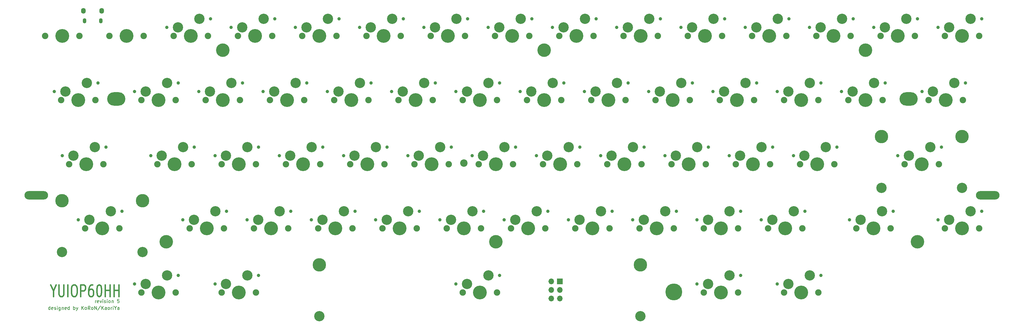
<source format=gbr>
%TF.GenerationSoftware,KiCad,Pcbnew,(6.0.1)*%
%TF.CreationDate,2022-02-05T13:44:02+09:00*%
%TF.ProjectId,yuiop60hh5,7975696f-7036-4306-9868-352e6b696361,5*%
%TF.SameCoordinates,Original*%
%TF.FileFunction,Soldermask,Top*%
%TF.FilePolarity,Negative*%
%FSLAX46Y46*%
G04 Gerber Fmt 4.6, Leading zero omitted, Abs format (unit mm)*
G04 Created by KiCad (PCBNEW (6.0.1)) date 2022-02-05 13:44:02*
%MOMM*%
%LPD*%
G01*
G04 APERTURE LIST*
%ADD10C,0.150000*%
%ADD11C,0.400000*%
%ADD12C,4.100000*%
%ADD13C,1.900000*%
%ADD14C,3.050000*%
%ADD15C,1.000000*%
%ADD16O,5.400000X4.000000*%
%ADD17C,5.000000*%
%ADD18C,2.200000*%
%ADD19O,7.000000X2.500000*%
%ADD20C,4.000000*%
%ADD21C,3.048000*%
%ADD22C,3.987800*%
%ADD23R,1.700000X1.700000*%
%ADD24O,1.700000X1.700000*%
%ADD25O,1.350000X1.700000*%
%ADD26O,1.100000X1.500000*%
G04 APERTURE END LIST*
D10*
X75576190Y-190452380D02*
X75576190Y-189452380D01*
X75576190Y-190404761D02*
X75480952Y-190452380D01*
X75290476Y-190452380D01*
X75195238Y-190404761D01*
X75147619Y-190357142D01*
X75100000Y-190261904D01*
X75100000Y-189976190D01*
X75147619Y-189880952D01*
X75195238Y-189833333D01*
X75290476Y-189785714D01*
X75480952Y-189785714D01*
X75576190Y-189833333D01*
X76433333Y-190404761D02*
X76338095Y-190452380D01*
X76147619Y-190452380D01*
X76052380Y-190404761D01*
X76004761Y-190309523D01*
X76004761Y-189928571D01*
X76052380Y-189833333D01*
X76147619Y-189785714D01*
X76338095Y-189785714D01*
X76433333Y-189833333D01*
X76480952Y-189928571D01*
X76480952Y-190023809D01*
X76004761Y-190119047D01*
X76861904Y-190404761D02*
X76957142Y-190452380D01*
X77147619Y-190452380D01*
X77242857Y-190404761D01*
X77290476Y-190309523D01*
X77290476Y-190261904D01*
X77242857Y-190166666D01*
X77147619Y-190119047D01*
X77004761Y-190119047D01*
X76909523Y-190071428D01*
X76861904Y-189976190D01*
X76861904Y-189928571D01*
X76909523Y-189833333D01*
X77004761Y-189785714D01*
X77147619Y-189785714D01*
X77242857Y-189833333D01*
X77719047Y-190452380D02*
X77719047Y-189785714D01*
X77719047Y-189452380D02*
X77671428Y-189500000D01*
X77719047Y-189547619D01*
X77766666Y-189500000D01*
X77719047Y-189452380D01*
X77719047Y-189547619D01*
X78623809Y-189785714D02*
X78623809Y-190595238D01*
X78576190Y-190690476D01*
X78528571Y-190738095D01*
X78433333Y-190785714D01*
X78290476Y-190785714D01*
X78195238Y-190738095D01*
X78623809Y-190404761D02*
X78528571Y-190452380D01*
X78338095Y-190452380D01*
X78242857Y-190404761D01*
X78195238Y-190357142D01*
X78147619Y-190261904D01*
X78147619Y-189976190D01*
X78195238Y-189880952D01*
X78242857Y-189833333D01*
X78338095Y-189785714D01*
X78528571Y-189785714D01*
X78623809Y-189833333D01*
X79100000Y-189785714D02*
X79100000Y-190452380D01*
X79100000Y-189880952D02*
X79147619Y-189833333D01*
X79242857Y-189785714D01*
X79385714Y-189785714D01*
X79480952Y-189833333D01*
X79528571Y-189928571D01*
X79528571Y-190452380D01*
X80385714Y-190404761D02*
X80290476Y-190452380D01*
X80100000Y-190452380D01*
X80004761Y-190404761D01*
X79957142Y-190309523D01*
X79957142Y-189928571D01*
X80004761Y-189833333D01*
X80100000Y-189785714D01*
X80290476Y-189785714D01*
X80385714Y-189833333D01*
X80433333Y-189928571D01*
X80433333Y-190023809D01*
X79957142Y-190119047D01*
X81290476Y-190452380D02*
X81290476Y-189452380D01*
X81290476Y-190404761D02*
X81195238Y-190452380D01*
X81004761Y-190452380D01*
X80909523Y-190404761D01*
X80861904Y-190357142D01*
X80814285Y-190261904D01*
X80814285Y-189976190D01*
X80861904Y-189880952D01*
X80909523Y-189833333D01*
X81004761Y-189785714D01*
X81195238Y-189785714D01*
X81290476Y-189833333D01*
X82528571Y-190452380D02*
X82528571Y-189452380D01*
X82528571Y-189833333D02*
X82623809Y-189785714D01*
X82814285Y-189785714D01*
X82909523Y-189833333D01*
X82957142Y-189880952D01*
X83004761Y-189976190D01*
X83004761Y-190261904D01*
X82957142Y-190357142D01*
X82909523Y-190404761D01*
X82814285Y-190452380D01*
X82623809Y-190452380D01*
X82528571Y-190404761D01*
X83338095Y-189785714D02*
X83576190Y-190452380D01*
X83814285Y-189785714D02*
X83576190Y-190452380D01*
X83480952Y-190690476D01*
X83433333Y-190738095D01*
X83338095Y-190785714D01*
X84957142Y-190452380D02*
X84957142Y-189452380D01*
X85528571Y-190452380D02*
X85100000Y-189880952D01*
X85528571Y-189452380D02*
X84957142Y-190023809D01*
X86100000Y-190452380D02*
X86004761Y-190404761D01*
X85957142Y-190357142D01*
X85909523Y-190261904D01*
X85909523Y-189976190D01*
X85957142Y-189880952D01*
X86004761Y-189833333D01*
X86100000Y-189785714D01*
X86242857Y-189785714D01*
X86338095Y-189833333D01*
X86385714Y-189880952D01*
X86433333Y-189976190D01*
X86433333Y-190261904D01*
X86385714Y-190357142D01*
X86338095Y-190404761D01*
X86242857Y-190452380D01*
X86100000Y-190452380D01*
X87433333Y-190452380D02*
X87100000Y-189976190D01*
X86861904Y-190452380D02*
X86861904Y-189452380D01*
X87242857Y-189452380D01*
X87338095Y-189500000D01*
X87385714Y-189547619D01*
X87433333Y-189642857D01*
X87433333Y-189785714D01*
X87385714Y-189880952D01*
X87338095Y-189928571D01*
X87242857Y-189976190D01*
X86861904Y-189976190D01*
X88004761Y-190452380D02*
X87909523Y-190404761D01*
X87861904Y-190357142D01*
X87814285Y-190261904D01*
X87814285Y-189976190D01*
X87861904Y-189880952D01*
X87909523Y-189833333D01*
X88004761Y-189785714D01*
X88147619Y-189785714D01*
X88242857Y-189833333D01*
X88290476Y-189880952D01*
X88338095Y-189976190D01*
X88338095Y-190261904D01*
X88290476Y-190357142D01*
X88242857Y-190404761D01*
X88147619Y-190452380D01*
X88004761Y-190452380D01*
X88766666Y-190452380D02*
X88766666Y-189452380D01*
X89338095Y-190452380D01*
X89338095Y-189452380D01*
X90528571Y-189404761D02*
X89671428Y-190690476D01*
X90861904Y-190452380D02*
X90861904Y-189452380D01*
X91433333Y-190452380D02*
X91004761Y-189880952D01*
X91433333Y-189452380D02*
X90861904Y-190023809D01*
X92290476Y-190452380D02*
X92290476Y-189928571D01*
X92242857Y-189833333D01*
X92147619Y-189785714D01*
X91957142Y-189785714D01*
X91861904Y-189833333D01*
X92290476Y-190404761D02*
X92195238Y-190452380D01*
X91957142Y-190452380D01*
X91861904Y-190404761D01*
X91814285Y-190309523D01*
X91814285Y-190214285D01*
X91861904Y-190119047D01*
X91957142Y-190071428D01*
X92195238Y-190071428D01*
X92290476Y-190023809D01*
X92909523Y-190452380D02*
X92814285Y-190404761D01*
X92766666Y-190357142D01*
X92719047Y-190261904D01*
X92719047Y-189976190D01*
X92766666Y-189880952D01*
X92814285Y-189833333D01*
X92909523Y-189785714D01*
X93052380Y-189785714D01*
X93147619Y-189833333D01*
X93195238Y-189880952D01*
X93242857Y-189976190D01*
X93242857Y-190261904D01*
X93195238Y-190357142D01*
X93147619Y-190404761D01*
X93052380Y-190452380D01*
X92909523Y-190452380D01*
X93671428Y-190452380D02*
X93671428Y-189785714D01*
X93671428Y-189976190D02*
X93719047Y-189880952D01*
X93766666Y-189833333D01*
X93861904Y-189785714D01*
X93957142Y-189785714D01*
X94290476Y-190452380D02*
X94290476Y-189785714D01*
X94290476Y-189452380D02*
X94242857Y-189500000D01*
X94290476Y-189547619D01*
X94338095Y-189500000D01*
X94290476Y-189452380D01*
X94290476Y-189547619D01*
X94957142Y-189976190D02*
X94957142Y-190452380D01*
X94623809Y-189452380D02*
X94957142Y-189976190D01*
X95290476Y-189452380D01*
X96052380Y-190452380D02*
X96052380Y-189928571D01*
X96004761Y-189833333D01*
X95909523Y-189785714D01*
X95719047Y-189785714D01*
X95623809Y-189833333D01*
X96052380Y-190404761D02*
X95957142Y-190452380D01*
X95719047Y-190452380D01*
X95623809Y-190404761D01*
X95576190Y-190309523D01*
X95576190Y-190214285D01*
X95623809Y-190119047D01*
X95719047Y-190071428D01*
X95957142Y-190071428D01*
X96052380Y-190023809D01*
X88976190Y-188452380D02*
X88976190Y-187785714D01*
X88976190Y-187976190D02*
X89023809Y-187880952D01*
X89071428Y-187833333D01*
X89166666Y-187785714D01*
X89261904Y-187785714D01*
X89976190Y-188404761D02*
X89880952Y-188452380D01*
X89690476Y-188452380D01*
X89595238Y-188404761D01*
X89547619Y-188309523D01*
X89547619Y-187928571D01*
X89595238Y-187833333D01*
X89690476Y-187785714D01*
X89880952Y-187785714D01*
X89976190Y-187833333D01*
X90023809Y-187928571D01*
X90023809Y-188023809D01*
X89547619Y-188119047D01*
X90357142Y-187785714D02*
X90595238Y-188452380D01*
X90833333Y-187785714D01*
X91214285Y-188452380D02*
X91214285Y-187785714D01*
X91214285Y-187452380D02*
X91166666Y-187500000D01*
X91214285Y-187547619D01*
X91261904Y-187500000D01*
X91214285Y-187452380D01*
X91214285Y-187547619D01*
X91642857Y-188404761D02*
X91738095Y-188452380D01*
X91928571Y-188452380D01*
X92023809Y-188404761D01*
X92071428Y-188309523D01*
X92071428Y-188261904D01*
X92023809Y-188166666D01*
X91928571Y-188119047D01*
X91785714Y-188119047D01*
X91690476Y-188071428D01*
X91642857Y-187976190D01*
X91642857Y-187928571D01*
X91690476Y-187833333D01*
X91785714Y-187785714D01*
X91928571Y-187785714D01*
X92023809Y-187833333D01*
X92500000Y-188452380D02*
X92500000Y-187785714D01*
X92500000Y-187452380D02*
X92452380Y-187500000D01*
X92500000Y-187547619D01*
X92547619Y-187500000D01*
X92500000Y-187452380D01*
X92500000Y-187547619D01*
X93119047Y-188452380D02*
X93023809Y-188404761D01*
X92976190Y-188357142D01*
X92928571Y-188261904D01*
X92928571Y-187976190D01*
X92976190Y-187880952D01*
X93023809Y-187833333D01*
X93119047Y-187785714D01*
X93261904Y-187785714D01*
X93357142Y-187833333D01*
X93404761Y-187880952D01*
X93452380Y-187976190D01*
X93452380Y-188261904D01*
X93404761Y-188357142D01*
X93357142Y-188404761D01*
X93261904Y-188452380D01*
X93119047Y-188452380D01*
X93880952Y-187785714D02*
X93880952Y-188452380D01*
X93880952Y-187880952D02*
X93928571Y-187833333D01*
X94023809Y-187785714D01*
X94166666Y-187785714D01*
X94261904Y-187833333D01*
X94309523Y-187928571D01*
X94309523Y-188452380D01*
X96023809Y-187452380D02*
X95547619Y-187452380D01*
X95500000Y-187928571D01*
X95547619Y-187880952D01*
X95642857Y-187833333D01*
X95880952Y-187833333D01*
X95976190Y-187880952D01*
X96023809Y-187928571D01*
X96071428Y-188023809D01*
X96071428Y-188261904D01*
X96023809Y-188357142D01*
X95976190Y-188404761D01*
X95880952Y-188452380D01*
X95642857Y-188452380D01*
X95547619Y-188404761D01*
X95500000Y-188357142D01*
D11*
X76535714Y-184916666D02*
X76535714Y-186583333D01*
X75702380Y-183083333D02*
X76535714Y-184916666D01*
X77369047Y-183083333D01*
X78202380Y-183083333D02*
X78202380Y-185916666D01*
X78321428Y-186250000D01*
X78440476Y-186416666D01*
X78678571Y-186583333D01*
X79154761Y-186583333D01*
X79392857Y-186416666D01*
X79511904Y-186250000D01*
X79630952Y-185916666D01*
X79630952Y-183083333D01*
X80821428Y-186583333D02*
X80821428Y-183083333D01*
X82488095Y-183083333D02*
X82964285Y-183083333D01*
X83202380Y-183250000D01*
X83440476Y-183583333D01*
X83559523Y-184250000D01*
X83559523Y-185416666D01*
X83440476Y-186083333D01*
X83202380Y-186416666D01*
X82964285Y-186583333D01*
X82488095Y-186583333D01*
X82250000Y-186416666D01*
X82011904Y-186083333D01*
X81892857Y-185416666D01*
X81892857Y-184250000D01*
X82011904Y-183583333D01*
X82250000Y-183250000D01*
X82488095Y-183083333D01*
X84630952Y-186583333D02*
X84630952Y-183083333D01*
X85583333Y-183083333D01*
X85821428Y-183250000D01*
X85940476Y-183416666D01*
X86059523Y-183750000D01*
X86059523Y-184250000D01*
X85940476Y-184583333D01*
X85821428Y-184750000D01*
X85583333Y-184916666D01*
X84630952Y-184916666D01*
X88202380Y-183083333D02*
X87726190Y-183083333D01*
X87488095Y-183250000D01*
X87369047Y-183416666D01*
X87130952Y-183916666D01*
X87011904Y-184583333D01*
X87011904Y-185916666D01*
X87130952Y-186250000D01*
X87250000Y-186416666D01*
X87488095Y-186583333D01*
X87964285Y-186583333D01*
X88202380Y-186416666D01*
X88321428Y-186250000D01*
X88440476Y-185916666D01*
X88440476Y-185083333D01*
X88321428Y-184750000D01*
X88202380Y-184583333D01*
X87964285Y-184416666D01*
X87488095Y-184416666D01*
X87250000Y-184583333D01*
X87130952Y-184750000D01*
X87011904Y-185083333D01*
X89988095Y-183083333D02*
X90226190Y-183083333D01*
X90464285Y-183250000D01*
X90583333Y-183416666D01*
X90702380Y-183750000D01*
X90821428Y-184416666D01*
X90821428Y-185250000D01*
X90702380Y-185916666D01*
X90583333Y-186250000D01*
X90464285Y-186416666D01*
X90226190Y-186583333D01*
X89988095Y-186583333D01*
X89750000Y-186416666D01*
X89630952Y-186250000D01*
X89511904Y-185916666D01*
X89392857Y-185250000D01*
X89392857Y-184416666D01*
X89511904Y-183750000D01*
X89630952Y-183416666D01*
X89750000Y-183250000D01*
X89988095Y-183083333D01*
X91892857Y-186583333D02*
X91892857Y-183083333D01*
X91892857Y-184750000D02*
X93321428Y-184750000D01*
X93321428Y-186583333D02*
X93321428Y-183083333D01*
X94511904Y-186583333D02*
X94511904Y-183083333D01*
X94511904Y-184750000D02*
X95940476Y-184750000D01*
X95940476Y-186583333D02*
X95940476Y-183083333D01*
D12*
%TO.C,KSW1*%
X79150000Y-109210000D03*
D13*
X74070000Y-109210000D03*
X84230000Y-109210000D03*
%TD*%
D12*
%TO.C,KSW2*%
X98200000Y-109210000D03*
D13*
X103280000Y-109210000D03*
X93120000Y-109210000D03*
%TD*%
D14*
%TO.C,KSW3*%
X119790000Y-104130000D03*
D13*
X122330000Y-109210000D03*
D12*
X117250000Y-109210000D03*
D14*
X113440000Y-106670000D03*
D13*
X112170000Y-109210000D03*
D15*
X110165000Y-106670000D03*
X123092000Y-104130000D03*
%TD*%
D13*
%TO.C,KSW4*%
X141380000Y-109210000D03*
D14*
X138840000Y-104130000D03*
D13*
X131220000Y-109210000D03*
D14*
X132490000Y-106670000D03*
D12*
X136300000Y-109210000D03*
D15*
X129215000Y-106670000D03*
X142142000Y-104130000D03*
%TD*%
D14*
%TO.C,KSW5*%
X157890000Y-104130000D03*
D12*
X155350000Y-109210000D03*
D13*
X150270000Y-109210000D03*
D14*
X151540000Y-106670000D03*
D13*
X160430000Y-109210000D03*
D15*
X148265000Y-106670000D03*
X161192000Y-104130000D03*
%TD*%
D13*
%TO.C,KSW6*%
X179480000Y-109210000D03*
D14*
X170590000Y-106670000D03*
X176940000Y-104130000D03*
D13*
X169320000Y-109210000D03*
D12*
X174400000Y-109210000D03*
D15*
X167315000Y-106670000D03*
X180242000Y-104130000D03*
%TD*%
D12*
%TO.C,KSW7*%
X193450000Y-109210000D03*
D13*
X198530000Y-109210000D03*
X188370000Y-109210000D03*
D14*
X195990000Y-104130000D03*
X189640000Y-106670000D03*
D15*
X186365000Y-106670000D03*
X199292000Y-104130000D03*
%TD*%
D13*
%TO.C,KSW8*%
X207420000Y-109210000D03*
D14*
X208690000Y-106670000D03*
D13*
X217580000Y-109210000D03*
D14*
X215040000Y-104130000D03*
D12*
X212500000Y-109210000D03*
D15*
X205415000Y-106670000D03*
X218342000Y-104130000D03*
%TD*%
D13*
%TO.C,KSW9*%
X226470000Y-109210000D03*
D12*
X231550000Y-109210000D03*
D14*
X234090000Y-104130000D03*
D13*
X236630000Y-109210000D03*
D14*
X227740000Y-106670000D03*
D15*
X224465000Y-106670000D03*
X237392000Y-104130000D03*
%TD*%
D14*
%TO.C,KSW10*%
X246790000Y-106670000D03*
D13*
X245520000Y-109210000D03*
D14*
X253140000Y-104130000D03*
D13*
X255680000Y-109210000D03*
D12*
X250600000Y-109210000D03*
D15*
X243515000Y-106670000D03*
X256442000Y-104130000D03*
%TD*%
D14*
%TO.C,KSW11*%
X272190000Y-104130000D03*
D13*
X274730000Y-109210000D03*
D12*
X269650000Y-109210000D03*
D14*
X265840000Y-106670000D03*
D13*
X264570000Y-109210000D03*
D15*
X262565000Y-106670000D03*
X275492000Y-104130000D03*
%TD*%
D13*
%TO.C,KSW12*%
X293780000Y-109210000D03*
D14*
X284890000Y-106670000D03*
X291240000Y-104130000D03*
D13*
X283620000Y-109210000D03*
D12*
X288700000Y-109210000D03*
D15*
X281615000Y-106670000D03*
X294542000Y-104130000D03*
%TD*%
D12*
%TO.C,KSW14*%
X326800000Y-109210000D03*
D14*
X322990000Y-106670000D03*
D13*
X321720000Y-109210000D03*
X331880000Y-109210000D03*
D14*
X329340000Y-104130000D03*
D15*
X319715000Y-106670000D03*
X332642000Y-104130000D03*
%TD*%
D14*
%TO.C,KSW15*%
X348390000Y-104130000D03*
X342040000Y-106670000D03*
D13*
X350930000Y-109210000D03*
X340770000Y-109210000D03*
D12*
X345850000Y-109210000D03*
D15*
X338765000Y-106670000D03*
X351692000Y-104130000D03*
%TD*%
D12*
%TO.C,KSW16*%
X83912500Y-128260000D03*
D13*
X88992500Y-128260000D03*
D14*
X86452500Y-123180000D03*
D13*
X78832500Y-128260000D03*
D14*
X80102500Y-125720000D03*
D15*
X76827500Y-125720000D03*
X89754500Y-123180000D03*
%TD*%
D12*
%TO.C,KSW17*%
X107725000Y-128260000D03*
D14*
X110265000Y-123180000D03*
D13*
X112805000Y-128260000D03*
D14*
X103915000Y-125720000D03*
D13*
X102645000Y-128260000D03*
D15*
X100640000Y-125720000D03*
X113567000Y-123180000D03*
%TD*%
D12*
%TO.C,KSW18*%
X126775000Y-128260000D03*
D13*
X131855000Y-128260000D03*
D14*
X122965000Y-125720000D03*
X129315000Y-123180000D03*
D13*
X121695000Y-128260000D03*
D15*
X119690000Y-125720000D03*
X132617000Y-123180000D03*
%TD*%
D14*
%TO.C,KSW19*%
X142015000Y-125720000D03*
X148365000Y-123180000D03*
D13*
X150905000Y-128260000D03*
X140745000Y-128260000D03*
D12*
X145825000Y-128260000D03*
D15*
X138740000Y-125720000D03*
X151667000Y-123180000D03*
%TD*%
D12*
%TO.C,KSW20*%
X164875000Y-128260000D03*
D14*
X161065000Y-125720000D03*
D13*
X159795000Y-128260000D03*
D14*
X167415000Y-123180000D03*
D13*
X169955000Y-128260000D03*
D15*
X157790000Y-125720000D03*
X170717000Y-123180000D03*
%TD*%
D14*
%TO.C,KSW21*%
X186465000Y-123180000D03*
D13*
X189005000Y-128260000D03*
X178845000Y-128260000D03*
D12*
X183925000Y-128260000D03*
D14*
X180115000Y-125720000D03*
D15*
X176840000Y-125720000D03*
X189767000Y-123180000D03*
%TD*%
D14*
%TO.C,KSW22*%
X199165000Y-125720000D03*
D13*
X208055000Y-128260000D03*
D14*
X205515000Y-123180000D03*
D13*
X197895000Y-128260000D03*
D12*
X202975000Y-128260000D03*
D15*
X195890000Y-125720000D03*
X208817000Y-123180000D03*
%TD*%
D14*
%TO.C,KSW23*%
X218215000Y-125720000D03*
D13*
X216945000Y-128260000D03*
D12*
X222025000Y-128260000D03*
D13*
X227105000Y-128260000D03*
D14*
X224565000Y-123180000D03*
D15*
X214940000Y-125720000D03*
X227867000Y-123180000D03*
%TD*%
D14*
%TO.C,KSW24*%
X243615000Y-123180000D03*
D12*
X241075000Y-128260000D03*
D13*
X235995000Y-128260000D03*
D14*
X237265000Y-125720000D03*
D13*
X246155000Y-128260000D03*
D15*
X233990000Y-125720000D03*
X246917000Y-123180000D03*
%TD*%
D13*
%TO.C,KSW25*%
X265205000Y-128260000D03*
D14*
X262665000Y-123180000D03*
D12*
X260125000Y-128260000D03*
D13*
X255045000Y-128260000D03*
D14*
X256315000Y-125720000D03*
D15*
X253040000Y-125720000D03*
X265967000Y-123180000D03*
%TD*%
D14*
%TO.C,KSW26*%
X275365000Y-125720000D03*
X281715000Y-123180000D03*
D13*
X274095000Y-128260000D03*
D12*
X279175000Y-128260000D03*
D13*
X284255000Y-128260000D03*
D15*
X272090000Y-125720000D03*
X285017000Y-123180000D03*
%TD*%
D13*
%TO.C,KSW27*%
X293145000Y-128260000D03*
D14*
X300765000Y-123180000D03*
D12*
X298225000Y-128260000D03*
D14*
X294415000Y-125720000D03*
D13*
X303305000Y-128260000D03*
D15*
X291140000Y-125720000D03*
X304067000Y-123180000D03*
%TD*%
D13*
%TO.C,KSW28*%
X322355000Y-128260000D03*
D12*
X317275000Y-128260000D03*
D14*
X313465000Y-125720000D03*
D13*
X312195000Y-128260000D03*
D14*
X319815000Y-123180000D03*
D15*
X310190000Y-125720000D03*
X323117000Y-123180000D03*
%TD*%
D13*
%TO.C,KSW29*%
X336007000Y-128260000D03*
X346167000Y-128260000D03*
D14*
X343627000Y-123180000D03*
D12*
X341087000Y-128260000D03*
D14*
X337277000Y-125720000D03*
D15*
X334002000Y-125720000D03*
X346929000Y-123180000D03*
%TD*%
D12*
%TO.C,KSW30*%
X86293800Y-147310000D03*
D13*
X91373800Y-147310000D03*
X81213800Y-147310000D03*
D14*
X82483800Y-144770000D03*
X88833800Y-142230000D03*
D15*
X79208800Y-144770000D03*
X92135800Y-142230000D03*
%TD*%
D13*
%TO.C,KSW31*%
X107407000Y-147310000D03*
X117567000Y-147310000D03*
D14*
X115027000Y-142230000D03*
X108677000Y-144770000D03*
D12*
X112487000Y-147310000D03*
D15*
X105402000Y-144770000D03*
X118329000Y-142230000D03*
%TD*%
D14*
%TO.C,KSW32*%
X134077000Y-142230000D03*
D12*
X131537000Y-147310000D03*
D13*
X126457000Y-147310000D03*
D14*
X127727000Y-144770000D03*
D13*
X136617000Y-147310000D03*
D15*
X124452000Y-144770000D03*
X137379000Y-142230000D03*
%TD*%
D13*
%TO.C,KSW33*%
X145507000Y-147310000D03*
D14*
X146777000Y-144770000D03*
X153127000Y-142230000D03*
D12*
X150587000Y-147310000D03*
D13*
X155667000Y-147310000D03*
D15*
X143502000Y-144770000D03*
X156429000Y-142230000D03*
%TD*%
D13*
%TO.C,KSW34*%
X174717000Y-147310000D03*
D14*
X172177000Y-142230000D03*
X165827000Y-144770000D03*
D13*
X164557000Y-147310000D03*
D12*
X169637000Y-147310000D03*
D15*
X162552000Y-144770000D03*
X175479000Y-142230000D03*
%TD*%
D14*
%TO.C,KSW35*%
X191227000Y-142230000D03*
D13*
X183607000Y-147310000D03*
D12*
X188687000Y-147310000D03*
D13*
X193767000Y-147310000D03*
D14*
X184877000Y-144770000D03*
D15*
X181602000Y-144770000D03*
X194529000Y-142230000D03*
%TD*%
D12*
%TO.C,KSW36*%
X207737000Y-147310000D03*
D13*
X212817000Y-147310000D03*
D14*
X210277000Y-142230000D03*
D13*
X202657000Y-147310000D03*
D14*
X203927000Y-144770000D03*
D15*
X200652000Y-144770000D03*
X213579000Y-142230000D03*
%TD*%
D13*
%TO.C,KSW37*%
X231867000Y-147310000D03*
X221707000Y-147310000D03*
D14*
X222977000Y-144770000D03*
X229327000Y-142230000D03*
D12*
X226787000Y-147310000D03*
D15*
X219702000Y-144770000D03*
X232629000Y-142230000D03*
%TD*%
D13*
%TO.C,KSW38*%
X250917000Y-147310000D03*
D12*
X245837000Y-147310000D03*
D13*
X240757000Y-147310000D03*
D14*
X242027000Y-144770000D03*
X248377000Y-142230000D03*
D15*
X238752000Y-144770000D03*
X251679000Y-142230000D03*
%TD*%
D14*
%TO.C,KSW39*%
X267427000Y-142230000D03*
D13*
X259807000Y-147310000D03*
X269967000Y-147310000D03*
D14*
X261077000Y-144770000D03*
D12*
X264887000Y-147310000D03*
D15*
X257802000Y-144770000D03*
X270729000Y-142230000D03*
%TD*%
D13*
%TO.C,KSW40*%
X278857000Y-147310000D03*
D14*
X280127000Y-144770000D03*
D12*
X283937000Y-147310000D03*
D13*
X289017000Y-147310000D03*
D14*
X286477000Y-142230000D03*
D15*
X276852000Y-144770000D03*
X289779000Y-142230000D03*
%TD*%
D14*
%TO.C,KSW41*%
X305527000Y-142230000D03*
D13*
X297907000Y-147310000D03*
D14*
X299177000Y-144770000D03*
D13*
X308067000Y-147310000D03*
D12*
X302987000Y-147310000D03*
D15*
X295902000Y-144770000D03*
X308829000Y-142230000D03*
%TD*%
D14*
%TO.C,KSW42*%
X336484000Y-142230000D03*
X330134000Y-144770000D03*
D13*
X339024000Y-147310000D03*
D12*
X333944000Y-147310000D03*
D13*
X328864000Y-147310000D03*
D15*
X326859000Y-144770000D03*
X339786000Y-142230000D03*
%TD*%
D13*
%TO.C,KSW43*%
X96135700Y-166360000D03*
D14*
X93595700Y-161280000D03*
X87245700Y-163820000D03*
D12*
X91055700Y-166360000D03*
D13*
X85975700Y-166360000D03*
D15*
X83970700Y-163820000D03*
X96897700Y-161280000D03*
%TD*%
D13*
%TO.C,KSW44*%
X116933000Y-166360000D03*
D14*
X118203000Y-163820000D03*
D12*
X122013000Y-166360000D03*
D13*
X127093000Y-166360000D03*
D14*
X124553000Y-161280000D03*
D15*
X114928000Y-163820000D03*
X127855000Y-161280000D03*
%TD*%
D13*
%TO.C,KSW45*%
X146143000Y-166360000D03*
D12*
X141063000Y-166360000D03*
D14*
X137253000Y-163820000D03*
D13*
X135983000Y-166360000D03*
D14*
X143603000Y-161280000D03*
D15*
X133978000Y-163820000D03*
X146905000Y-161280000D03*
%TD*%
D13*
%TO.C,KSW46*%
X165193000Y-166360000D03*
D14*
X156303000Y-163820000D03*
X162653000Y-161280000D03*
D13*
X155033000Y-166360000D03*
D12*
X160113000Y-166360000D03*
D15*
X153028000Y-163820000D03*
X165955000Y-161280000D03*
%TD*%
D14*
%TO.C,KSW47*%
X175353000Y-163820000D03*
D13*
X174083000Y-166360000D03*
D14*
X181703000Y-161280000D03*
D12*
X179163000Y-166360000D03*
D13*
X184243000Y-166360000D03*
D15*
X172078000Y-163820000D03*
X185005000Y-161280000D03*
%TD*%
D13*
%TO.C,KSW50*%
X241393000Y-166360000D03*
X231233000Y-166360000D03*
D14*
X238853000Y-161280000D03*
X232503000Y-163820000D03*
D12*
X236313000Y-166360000D03*
D15*
X229228000Y-163820000D03*
X242155000Y-161280000D03*
%TD*%
D13*
%TO.C,KSW51*%
X250283000Y-166360000D03*
D12*
X255363000Y-166360000D03*
D13*
X260443000Y-166360000D03*
D14*
X257903000Y-161280000D03*
X251553000Y-163820000D03*
D15*
X248278000Y-163820000D03*
X261205000Y-161280000D03*
%TD*%
D14*
%TO.C,KSW52*%
X270603000Y-163820000D03*
X276953000Y-161280000D03*
D13*
X279493000Y-166360000D03*
D12*
X274413000Y-166360000D03*
D13*
X269333000Y-166360000D03*
D15*
X267328000Y-163820000D03*
X280255000Y-161280000D03*
%TD*%
D14*
%TO.C,KSW53*%
X289653000Y-163820000D03*
D12*
X293463000Y-166360000D03*
D14*
X296003000Y-161280000D03*
D13*
X298543000Y-166360000D03*
X288383000Y-166360000D03*
D15*
X286378000Y-163820000D03*
X299305000Y-161280000D03*
%TD*%
D13*
%TO.C,KSW54*%
X324736000Y-166360000D03*
D14*
X322196000Y-161280000D03*
D13*
X314576000Y-166360000D03*
D14*
X315846000Y-163820000D03*
D12*
X319656000Y-166360000D03*
D15*
X312571000Y-163820000D03*
X325498000Y-161280000D03*
%TD*%
D14*
%TO.C,KSW55*%
X342040000Y-163820000D03*
D13*
X340770000Y-166360000D03*
D14*
X348390000Y-161280000D03*
D12*
X345850000Y-166360000D03*
D13*
X350930000Y-166360000D03*
D15*
X338765000Y-163820000D03*
X351692000Y-161280000D03*
%TD*%
D14*
%TO.C,KSW56*%
X110265000Y-180330000D03*
D13*
X112805000Y-185410000D03*
D14*
X103915000Y-182870000D03*
D12*
X107725000Y-185410000D03*
D13*
X102645000Y-185410000D03*
D15*
X100640000Y-182870000D03*
X113567000Y-180330000D03*
%TD*%
D13*
%TO.C,KSW57*%
X126457000Y-185410000D03*
D14*
X127727000Y-182870000D03*
D13*
X136617000Y-185410000D03*
D12*
X131537000Y-185410000D03*
D14*
X134077000Y-180330000D03*
D15*
X124452000Y-182870000D03*
X137379000Y-180330000D03*
%TD*%
D13*
%TO.C,KSW58*%
X208055000Y-185410000D03*
X197895000Y-185410000D03*
D12*
X202975000Y-185410000D03*
D14*
X205515000Y-180330000D03*
X199165000Y-182870000D03*
D15*
X195890000Y-182870000D03*
X208817000Y-180330000D03*
%TD*%
D14*
%TO.C,KSW60*%
X300765000Y-180330000D03*
D12*
X298225000Y-185410000D03*
D14*
X294415000Y-182870000D03*
D13*
X303305000Y-185410000D03*
X293145000Y-185410000D03*
D15*
X291140000Y-182870000D03*
X304067000Y-180330000D03*
%TD*%
D16*
%TO.C,HOLE1*%
X95200000Y-127900000D03*
%TD*%
%TO.C,HOLE2*%
X330050000Y-127910000D03*
%TD*%
D17*
%TO.C,HOLE4*%
X260500000Y-185200000D03*
%TD*%
D18*
%TO.C,HOLE3*%
X198200000Y-147000000D03*
%TD*%
D19*
%TO.C,HOLE5*%
X71460000Y-156500000D03*
%TD*%
%TO.C,HOLE6*%
X353540000Y-156500000D03*
%TD*%
D20*
%TO.C,HOLE9*%
X317275000Y-113400000D03*
%TD*%
%TO.C,HOLE10*%
X332650000Y-170300000D03*
%TD*%
%TO.C,HOLE11*%
X222025000Y-113400000D03*
%TD*%
D21*
%TO.C,STB1*%
X102993700Y-173345000D03*
D22*
X102993700Y-158105000D03*
X79117700Y-158105000D03*
D21*
X79117700Y-173345000D03*
%TD*%
D22*
%TO.C,STB3*%
X345882000Y-139055000D03*
X322006000Y-139055000D03*
D21*
X322006000Y-154295000D03*
X345882000Y-154295000D03*
%TD*%
D20*
%TO.C,HOLE7*%
X126775000Y-113400000D03*
%TD*%
D13*
%TO.C,KSW13*%
X302670000Y-109210000D03*
D12*
X307750000Y-109210000D03*
D14*
X310290000Y-104130000D03*
X303940000Y-106670000D03*
D13*
X312830000Y-109210000D03*
D15*
X300665000Y-106670000D03*
X313592000Y-104130000D03*
%TD*%
D13*
%TO.C,KSW59*%
X279493000Y-185410000D03*
D14*
X276953000Y-180330000D03*
D12*
X274413000Y-185410000D03*
D13*
X269333000Y-185410000D03*
D14*
X270603000Y-182870000D03*
D15*
X267328000Y-182870000D03*
X280255000Y-180330000D03*
%TD*%
D21*
%TO.C,STB2*%
X155412000Y-192395000D03*
X250538000Y-192395000D03*
D22*
X155412000Y-177155000D03*
X250538000Y-177155000D03*
%TD*%
D20*
%TO.C,HOLE12*%
X207738000Y-170300000D03*
%TD*%
D13*
%TO.C,KSW48*%
X203293000Y-166360000D03*
X193133000Y-166360000D03*
D12*
X198213000Y-166360000D03*
D14*
X194403000Y-163820000D03*
X200753000Y-161280000D03*
D15*
X191128000Y-163820000D03*
X204055000Y-161280000D03*
%TD*%
D13*
%TO.C,KSW49*%
X222343000Y-166360000D03*
D14*
X213453000Y-163820000D03*
D12*
X217263000Y-166360000D03*
D14*
X219803000Y-161280000D03*
D13*
X212183000Y-166360000D03*
D15*
X210178000Y-163820000D03*
X223105000Y-161280000D03*
%TD*%
D20*
%TO.C,HOLE8*%
X110000000Y-170300000D03*
%TD*%
D23*
%TO.C,J2*%
X226701000Y-182140000D03*
D24*
X224161000Y-182140000D03*
X226701000Y-184680000D03*
X224161000Y-184680000D03*
X226701000Y-187220000D03*
X224161000Y-187220000D03*
%TD*%
D25*
%TO.C,J1*%
X90905000Y-101720000D03*
D26*
X85755000Y-104720000D03*
X90595000Y-104720000D03*
D25*
X85445000Y-101720000D03*
%TD*%
M02*

</source>
